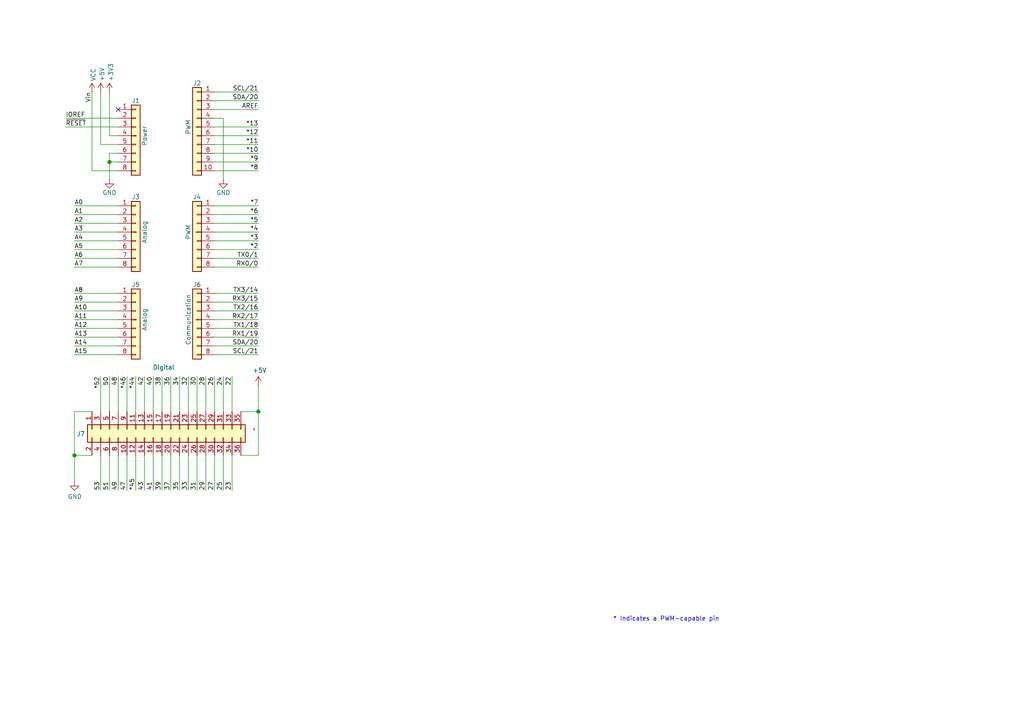
<source format=kicad_sch>
(kicad_sch (version 20250114) (generator "eeschema") (generator_version "9.0")
  (paper "A4")
  (title_block (date "mar. 31 mars 2015"))
  (lib_symbols
    (symbol "Connector_Generic:Conn_01x08" (pin_names (offset 1.016) (hide yes))
      (property "Reference" "J" (at 0 10.16 0))
      (property "Value" "Conn_01x08" (at 0 -12.7 0))
      (symbol "Conn_01x08_1_1"
        (rectangle (start -1.27 8.89) (end 1.27 -11.43) (stroke (width 0.254)) (fill (type background)))
        (rectangle (start -1.27 7.747) (end 0 7.493) (stroke (width 0.1524)))
        (rectangle (start -1.27 5.207) (end 0 4.953) (stroke (width 0.1524)))
        (rectangle (start -1.27 2.667) (end 0 2.413) (stroke (width 0.1524)))
        (rectangle (start -1.27 0.127) (end 0 -0.127) (stroke (width 0.1524)))
        (rectangle (start -1.27 -2.413) (end 0 -2.667) (stroke (width 0.1524)))
        (rectangle (start -1.27 -4.953) (end 0 -5.207) (stroke (width 0.1524)))
        (rectangle (start -1.27 -7.493) (end 0 -7.747) (stroke (width 0.1524)))
        (rectangle (start -1.27 -10.033) (end 0 -10.287) (stroke (width 0.1524)))
        (pin passive line (at -5.08 7.62 0) (length 3.81) (name "Pin_1") (number "1"))
        (pin passive line (at -5.08 5.08 0) (length 3.81) (name "Pin_2") (number "2"))
        (pin passive line (at -5.08 2.54 0) (length 3.81) (name "Pin_3") (number "3"))
        (pin passive line (at -5.08 0 0) (length 3.81) (name "Pin_4") (number "4"))
        (pin passive line (at -5.08 -2.54 0) (length 3.81) (name "Pin_5") (number "5"))
        (pin passive line (at -5.08 -5.08 0) (length 3.81) (name "Pin_6") (number "6"))
        (pin passive line (at -5.08 -7.62 0) (length 3.81) (name "Pin_7") (number "7"))
        (pin passive line (at -5.08 -10.16 0) (length 3.81) (name "Pin_8") (number "8"))
      )
    )
    (symbol "Connector_Generic:Conn_01x10" (pin_names (offset 1.016) (hide yes))
      (property "Reference" "J" (at 0 12.7 0))
      (property "Value" "Conn_01x10" (at 0 -15.24 0))
      (symbol "Conn_01x10_1_1"
        (rectangle (start -1.27 11.43) (end 1.27 -13.97) (stroke (width 0.254)) (fill (type background)))
        (rectangle (start -1.27 10.287) (end 0 10.033) (stroke (width 0.1524)))
        (rectangle (start -1.27 7.747) (end 0 7.493) (stroke (width 0.1524)))
        (rectangle (start -1.27 5.207) (end 0 4.953) (stroke (width 0.1524)))
        (rectangle (start -1.27 2.667) (end 0 2.413) (stroke (width 0.1524)))
        (rectangle (start -1.27 0.127) (end 0 -0.127) (stroke (width 0.1524)))
        (rectangle (start -1.27 -2.413) (end 0 -2.667) (stroke (width 0.1524)))
        (rectangle (start -1.27 -4.953) (end 0 -5.207) (stroke (width 0.1524)))
        (rectangle (start -1.27 -7.493) (end 0 -7.747) (stroke (width 0.1524)))
        (rectangle (start -1.27 -10.033) (end 0 -10.287) (stroke (width 0.1524)))
        (rectangle (start -1.27 -12.573) (end 0 -12.827) (stroke (width 0.1524)))
        (pin passive line (at -5.08 10.16 0) (length 3.81) (name "Pin_1") (number "1"))
        (pin passive line (at -5.08 7.62 0) (length 3.81) (name "Pin_2") (number "2"))
        (pin passive line (at -5.08 5.08 0) (length 3.81) (name "Pin_3") (number "3"))
        (pin passive line (at -5.08 2.54 0) (length 3.81) (name "Pin_4") (number "4"))
        (pin passive line (at -5.08 0 0) (length 3.81) (name "Pin_5") (number "5"))
        (pin passive line (at -5.08 -2.54 0) (length 3.81) (name "Pin_6") (number "6"))
        (pin passive line (at -5.08 -5.08 0) (length 3.81) (name "Pin_7") (number "7"))
        (pin passive line (at -5.08 -7.62 0) (length 3.81) (name "Pin_8") (number "8"))
        (pin passive line (at -5.08 -10.16 0) (length 3.81) (name "Pin_9") (number "9"))
        (pin passive line (at -5.08 -12.7 0) (length 3.81) (name "Pin_10") (number "10"))
      )
    )
    (symbol "Connector_Generic:Conn_02x18_Odd_Even" (pin_names (offset 1.016) (hide yes))
      (property "Reference" "J" (at 1.27 22.86 0))
      (property "Value" "Conn_02x18_Odd_Even" (at 1.27 -25.4 0))
      (symbol "Conn_02x18_Odd_Even_1_1"
        (rectangle (start -1.27 21.59) (end 3.81 -24.13) (stroke (width 0.254)) (fill (type background)))
        (rectangle (start -1.27 20.447) (end 0 20.193) (stroke (width 0.1524)))
        (rectangle (start -1.27 17.907) (end 0 17.653) (stroke (width 0.1524)))
        (rectangle (start -1.27 15.367) (end 0 15.113) (stroke (width 0.1524)))
        (rectangle (start -1.27 12.827) (end 0 12.573) (stroke (width 0.1524)))
        (rectangle (start -1.27 10.287) (end 0 10.033) (stroke (width 0.1524)))
        (rectangle (start -1.27 7.747) (end 0 7.493) (stroke (width 0.1524)))
        (rectangle (start -1.27 5.207) (end 0 4.953) (stroke (width 0.1524)))
        (rectangle (start -1.27 2.667) (end 0 2.413) (stroke (width 0.1524)))
        (rectangle (start -1.27 0.127) (end 0 -0.127) (stroke (width 0.1524)))
        (rectangle (start -1.27 -2.413) (end 0 -2.667) (stroke (width 0.1524)))
        (rectangle (start -1.27 -4.953) (end 0 -5.207) (stroke (width 0.1524)))
        (rectangle (start -1.27 -7.493) (end 0 -7.747) (stroke (width 0.1524)))
        (rectangle (start -1.27 -10.033) (end 0 -10.287) (stroke (width 0.1524)))
        (rectangle (start -1.27 -12.573) (end 0 -12.827) (stroke (width 0.1524)))
        (rectangle (start -1.27 -15.113) (end 0 -15.367) (stroke (width 0.1524)))
        (rectangle (start -1.27 -17.653) (end 0 -17.907) (stroke (width 0.1524)))
        (rectangle (start -1.27 -20.193) (end 0 -20.447) (stroke (width 0.1524)))
        (rectangle (start -1.27 -22.733) (end 0 -22.987) (stroke (width 0.1524)))
        (rectangle (start 3.81 20.447) (end 2.54 20.193) (stroke (width 0.1524)))
        (rectangle (start 3.81 17.907) (end 2.54 17.653) (stroke (width 0.1524)))
        (rectangle (start 3.81 15.367) (end 2.54 15.113) (stroke (width 0.1524)))
        (rectangle (start 3.81 12.827) (end 2.54 12.573) (stroke (width 0.1524)))
        (rectangle (start 3.81 10.287) (end 2.54 10.033) (stroke (width 0.1524)))
        (rectangle (start 3.81 7.747) (end 2.54 7.493) (stroke (width 0.1524)))
        (rectangle (start 3.81 5.207) (end 2.54 4.953) (stroke (width 0.1524)))
        (rectangle (start 3.81 2.667) (end 2.54 2.413) (stroke (width 0.1524)))
        (rectangle (start 3.81 0.127) (end 2.54 -0.127) (stroke (width 0.1524)))
        (rectangle (start 3.81 -2.413) (end 2.54 -2.667) (stroke (width 0.1524)))
        (rectangle (start 3.81 -4.953) (end 2.54 -5.207) (stroke (width 0.1524)))
        (rectangle (start 3.81 -7.493) (end 2.54 -7.747) (stroke (width 0.1524)))
        (rectangle (start 3.81 -10.033) (end 2.54 -10.287) (stroke (width 0.1524)))
        (rectangle (start 3.81 -12.573) (end 2.54 -12.827) (stroke (width 0.1524)))
        (rectangle (start 3.81 -15.113) (end 2.54 -15.367) (stroke (width 0.1524)))
        (rectangle (start 3.81 -17.653) (end 2.54 -17.907) (stroke (width 0.1524)))
        (rectangle (start 3.81 -20.193) (end 2.54 -20.447) (stroke (width 0.1524)))
        (rectangle (start 3.81 -22.733) (end 2.54 -22.987) (stroke (width 0.1524)))
        (pin passive line (at -5.08 20.32 0) (length 3.81) (name "Pin_1") (number "1"))
        (pin passive line (at -5.08 17.78 0) (length 3.81) (name "Pin_3") (number "3"))
        (pin passive line (at -5.08 15.24 0) (length 3.81) (name "Pin_5") (number "5"))
        (pin passive line (at -5.08 12.7 0) (length 3.81) (name "Pin_7") (number "7"))
        (pin passive line (at -5.08 10.16 0) (length 3.81) (name "Pin_9") (number "9"))
        (pin passive line (at -5.08 7.62 0) (length 3.81) (name "Pin_11") (number "11"))
        (pin passive line (at -5.08 5.08 0) (length 3.81) (name "Pin_13") (number "13"))
        (pin passive line (at -5.08 2.54 0) (length 3.81) (name "Pin_15") (number "15"))
        (pin passive line (at -5.08 0 0) (length 3.81) (name "Pin_17") (number "17"))
        (pin passive line (at -5.08 -2.54 0) (length 3.81) (name "Pin_19") (number "19"))
        (pin passive line (at -5.08 -5.08 0) (length 3.81) (name "Pin_21") (number "21"))
        (pin passive line (at -5.08 -7.62 0) (length 3.81) (name "Pin_23") (number "23"))
        (pin passive line (at -5.08 -10.16 0) (length 3.81) (name "Pin_25") (number "25"))
        (pin passive line (at -5.08 -12.7 0) (length 3.81) (name "Pin_27") (number "27"))
        (pin passive line (at -5.08 -15.24 0) (length 3.81) (name "Pin_29") (number "29"))
        (pin passive line (at -5.08 -17.78 0) (length 3.81) (name "Pin_31") (number "31"))
        (pin passive line (at -5.08 -20.32 0) (length 3.81) (name "Pin_33") (number "33"))
        (pin passive line (at -5.08 -22.86 0) (length 3.81) (name "Pin_35") (number "35"))
        (pin passive line (at 7.62 20.32 180) (length 3.81) (name "Pin_2") (number "2"))
        (pin passive line (at 7.62 17.78 180) (length 3.81) (name "Pin_4") (number "4"))
        (pin passive line (at 7.62 15.24 180) (length 3.81) (name "Pin_6") (number "6"))
        (pin passive line (at 7.62 12.7 180) (length 3.81) (name "Pin_8") (number "8"))
        (pin passive line (at 7.62 10.16 180) (length 3.81) (name "Pin_10") (number "10"))
        (pin passive line (at 7.62 7.62 180) (length 3.81) (name "Pin_12") (number "12"))
        (pin passive line (at 7.62 5.08 180) (length 3.81) (name "Pin_14") (number "14"))
        (pin passive line (at 7.62 2.54 180) (length 3.81) (name "Pin_16") (number "16"))
        (pin passive line (at 7.62 0 180) (length 3.81) (name "Pin_18") (number "18"))
        (pin passive line (at 7.62 -2.54 180) (length 3.81) (name "Pin_20") (number "20"))
        (pin passive line (at 7.62 -5.08 180) (length 3.81) (name "Pin_22") (number "22"))
        (pin passive line (at 7.62 -7.62 180) (length 3.81) (name "Pin_24") (number "24"))
        (pin passive line (at 7.62 -10.16 180) (length 3.81) (name "Pin_26") (number "26"))
        (pin passive line (at 7.62 -12.7 180) (length 3.81) (name "Pin_28") (number "28"))
        (pin passive line (at 7.62 -15.24 180) (length 3.81) (name "Pin_30") (number "30"))
        (pin passive line (at 7.62 -17.78 180) (length 3.81) (name "Pin_32") (number "32"))
        (pin passive line (at 7.62 -20.32 180) (length 3.81) (name "Pin_34") (number "34"))
        (pin passive line (at 7.62 -22.86 180) (length 3.81) (name "Pin_36") (number "36"))
      )
    )
    (symbol "power:+3V3" (power) (pin_numbers (hide yes)) (pin_names (offset 0) (hide yes))
      (property "Value" "+3V3" (at 0 3.556 0))
      (symbol "+3V3_0_1"
        (polyline (pts (xy -0.762 1.27) (xy 0 2.54)))
        (polyline (pts (xy 0 2.54) (xy 0.762 1.27)))
        (polyline (pts (xy 0 0) (xy 0 2.54)))
      )
      (symbol "+3V3_1_1"
        (pin power_in line (at 0 0 90) (length 0) (name "~") (number "1"))
      )
    )
    (symbol "power:+5V" (power) (pin_numbers (hide yes)) (pin_names (offset 0) (hide yes))
      (property "Value" "+5V" (at 0 3.556 0))
      (symbol "+5V_0_1"
        (polyline (pts (xy -0.762 1.27) (xy 0 2.54)))
        (polyline (pts (xy 0 2.54) (xy 0.762 1.27)))
        (polyline (pts (xy 0 0) (xy 0 2.54)))
      )
      (symbol "+5V_1_1"
        (pin power_in line (at 0 0 90) (length 0) (name "~") (number "1"))
      )
    )
    (symbol "power:GND" (power) (pin_numbers (hide yes)) (pin_names (offset 0) (hide yes))
      (property "Value" "GND" (at 0 -3.81 0))
      (symbol "GND_0_1"
        (polyline (pts (xy 0 0) (xy 0 -1.27) (xy 1.27 -1.27) (xy 0 -2.54) (xy -1.27 -1.27) (xy 0 -1.27)))
      )
      (symbol "GND_1_1"
        (pin power_in line (at 0 0 270) (length 0) (name "~") (number "1"))
      )
    )
    (symbol "power:VCC" (power) (pin_numbers (hide yes)) (pin_names (offset 0) (hide yes))
      (property "Value" "VCC" (at 0 3.556 0))
      (symbol "VCC_0_1"
        (polyline (pts (xy -0.762 1.27) (xy 0 2.54)))
        (polyline (pts (xy 0 2.54) (xy 0.762 1.27)))
        (polyline (pts (xy 0 0) (xy 0 2.54)))
      )
      (symbol "VCC_1_1"
        (pin power_in line (at 0 0 90) (length 0) (name "~") (number "1"))
      )
    )
  )
  (text "* Indicates a PWM-capable pin" (at 177.8 180.34 0) (effects (font (size 1.27 1.27)) (justify left bottom)))
  (junction (at 21.59 132.08) (diameter 1.016))
  (junction (at 31.75 46.99) (diameter 1.016))
  (junction (at 74.93 119.38) (diameter 1.016))
  (no_connect (at 34.29 31.75))
  (wire (pts (xy 62.23 77.47) (xy 74.93 77.47)))
  (wire (pts (xy 21.59 77.47) (xy 34.29 77.47)))
  (wire (pts (xy 62.23 44.45) (xy 74.93 44.45)))
  (wire (pts (xy 44.45 109.22) (xy 44.45 119.38)))
  (wire (pts (xy 62.23 26.67) (xy 74.93 26.67)))
  (wire (pts (xy 46.99 109.22) (xy 46.99 119.38)))
  (wire (pts (xy 74.93 119.38) (xy 74.93 132.08)))
  (wire (pts (xy 26.67 119.38) (xy 21.59 119.38)))
  (wire (pts (xy 62.23 90.17) (xy 74.93 90.17)))
  (wire (pts (xy 31.75 44.45) (xy 31.75 46.99)))
  (wire (pts (xy 49.53 132.08) (xy 49.53 142.24)))
  (wire (pts (xy 21.59 72.39) (xy 34.29 72.39)))
  (wire (pts (xy 54.61 109.22) (xy 54.61 119.38)))
  (wire (pts (xy 31.75 109.22) (xy 31.75 119.38)))
  (wire (pts (xy 67.31 109.22) (xy 67.31 119.38)))
  (wire (pts (xy 31.75 46.99) (xy 31.75 52.07)))
  (wire (pts (xy 62.23 132.08) (xy 62.23 142.24)))
  (wire (pts (xy 31.75 39.37) (xy 34.29 39.37)))
  (wire (pts (xy 41.91 109.22) (xy 41.91 119.38)))
  (wire (pts (xy 29.21 41.91) (xy 34.29 41.91)))
  (wire (pts (xy 52.07 132.08) (xy 52.07 142.24)))
  (wire (pts (xy 29.21 26.67) (xy 29.21 41.91)))
  (wire (pts (xy 21.59 102.87) (xy 34.29 102.87)))
  (wire (pts (xy 36.83 132.08) (xy 36.83 142.24)))
  (wire (pts (xy 59.69 132.08) (xy 59.69 142.24)))
  (wire (pts (xy 62.23 36.83) (xy 74.93 36.83)))
  (wire (pts (xy 31.75 26.67) (xy 31.75 39.37)))
  (wire (pts (xy 62.23 59.69) (xy 74.93 59.69)))
  (wire (pts (xy 34.29 59.69) (xy 21.59 59.69)))
  (wire (pts (xy 62.23 39.37) (xy 74.93 39.37)))
  (wire (pts (xy 34.29 100.33) (xy 21.59 100.33)))
  (wire (pts (xy 62.23 62.23) (xy 74.93 62.23)))
  (wire (pts (xy 62.23 97.79) (xy 74.93 97.79)))
  (wire (pts (xy 52.07 109.22) (xy 52.07 119.38)))
  (wire (pts (xy 21.59 119.38) (xy 21.59 132.08)))
  (wire (pts (xy 36.83 109.22) (xy 36.83 119.38)))
  (wire (pts (xy 26.67 132.08) (xy 21.59 132.08)))
  (wire (pts (xy 62.23 46.99) (xy 74.93 46.99)))
  (wire (pts (xy 59.69 109.22) (xy 59.69 119.38)))
  (wire (pts (xy 57.15 109.22) (xy 57.15 119.38)))
  (wire (pts (xy 39.37 132.08) (xy 39.37 142.24)))
  (wire (pts (xy 57.15 132.08) (xy 57.15 142.24)))
  (wire (pts (xy 34.29 132.08) (xy 34.29 142.24)))
  (wire (pts (xy 64.77 109.22) (xy 64.77 119.38)))
  (wire (pts (xy 62.23 67.31) (xy 74.93 67.31)))
  (wire (pts (xy 44.45 132.08) (xy 44.45 142.24)))
  (wire (pts (xy 39.37 109.22) (xy 39.37 119.38)))
  (wire (pts (xy 19.05 34.29) (xy 34.29 34.29)))
  (wire (pts (xy 62.23 87.63) (xy 74.93 87.63)))
  (wire (pts (xy 74.93 111.76) (xy 74.93 119.38)))
  (wire (pts (xy 64.77 34.29) (xy 64.77 52.07)))
  (wire (pts (xy 62.23 102.87) (xy 74.93 102.87)))
  (wire (pts (xy 62.23 31.75) (xy 74.93 31.75)))
  (wire (pts (xy 69.85 119.38) (xy 74.93 119.38)))
  (wire (pts (xy 62.23 95.25) (xy 74.93 95.25)))
  (wire (pts (xy 21.59 92.71) (xy 34.29 92.71)))
  (wire (pts (xy 34.29 64.77) (xy 21.59 64.77)))
  (wire (pts (xy 19.05 36.83) (xy 34.29 36.83)))
  (wire (pts (xy 62.23 85.09) (xy 74.93 85.09)))
  (wire (pts (xy 34.29 46.99) (xy 31.75 46.99)))
  (wire (pts (xy 34.29 49.53) (xy 26.67 49.53)))
  (wire (pts (xy 29.21 109.22) (xy 29.21 119.38)))
  (wire (pts (xy 21.59 62.23) (xy 34.29 62.23)))
  (wire (pts (xy 31.75 132.08) (xy 31.75 142.24)))
  (wire (pts (xy 54.61 132.08) (xy 54.61 142.24)))
  (wire (pts (xy 34.29 90.17) (xy 21.59 90.17)))
  (wire (pts (xy 29.21 132.08) (xy 29.21 142.24)))
  (wire (pts (xy 62.23 92.71) (xy 74.93 92.71)))
  (wire (pts (xy 62.23 34.29) (xy 64.77 34.29)))
  (wire (pts (xy 46.99 132.08) (xy 46.99 142.24)))
  (wire (pts (xy 34.29 44.45) (xy 31.75 44.45)))
  (wire (pts (xy 21.59 97.79) (xy 34.29 97.79)))
  (wire (pts (xy 62.23 109.22) (xy 62.23 119.38)))
  (wire (pts (xy 62.23 41.91) (xy 74.93 41.91)))
  (wire (pts (xy 49.53 109.22) (xy 49.53 119.38)))
  (wire (pts (xy 21.59 87.63) (xy 34.29 87.63)))
  (wire (pts (xy 62.23 64.77) (xy 74.93 64.77)))
  (wire (pts (xy 21.59 67.31) (xy 34.29 67.31)))
  (wire (pts (xy 34.29 109.22) (xy 34.29 119.38)))
  (wire (pts (xy 62.23 100.33) (xy 74.93 100.33)))
  (wire (pts (xy 74.93 132.08) (xy 69.85 132.08)))
  (wire (pts (xy 34.29 85.09) (xy 21.59 85.09)))
  (wire (pts (xy 67.31 132.08) (xy 67.31 142.24)))
  (wire (pts (xy 62.23 29.21) (xy 74.93 29.21)))
  (wire (pts (xy 64.77 132.08) (xy 64.77 142.24)))
  (wire (pts (xy 62.23 72.39) (xy 74.93 72.39)))
  (wire (pts (xy 62.23 69.85) (xy 74.93 69.85)))
  (wire (pts (xy 41.91 132.08) (xy 41.91 142.24)))
  (wire (pts (xy 62.23 74.93) (xy 74.93 74.93)))
  (wire (pts (xy 34.29 95.25) (xy 21.59 95.25)))
  (wire (pts (xy 26.67 49.53) (xy 26.67 26.67)))
  (wire (pts (xy 21.59 132.08) (xy 21.59 139.7)))
  (wire (pts (xy 34.29 74.93) (xy 21.59 74.93)))
  (wire (pts (xy 34.29 69.85) (xy 21.59 69.85)))
  (wire (pts (xy 62.23 49.53) (xy 74.93 49.53)))
  (label "A10" (at 21.59 90.17 0))
  (label "RX0{slash}0" (at 74.93 77.47 180))
  (label "A15" (at 21.59 102.87 0))
  (label "A2" (at 21.59 64.77 0))
  (label "RX2{slash}17" (at 74.93 92.71 180))
  (label "*4" (at 74.93 67.31 180))
  (label "SDA{slash}20" (at 74.93 100.33 180))
  (label "26" (at 62.23 109.22 270))
  (label "31" (at 57.15 142.24 90))
  (label "22" (at 67.31 109.22 270))
  (label "33" (at 54.61 142.24 90))
  (label "36" (at 49.53 109.22 270))
  (label "*2" (at 74.93 72.39 180))
  (label "TX1{slash}18" (at 74.93 95.25 180))
  (label "*44" (at 39.37 109.22 270))
  (label "A3" (at 21.59 67.31 0))
  (label "*13" (at 74.93 36.83 180))
  (label "*52" (at 29.21 109.22 270))
  (label "*12" (at 74.93 39.37 180))
  (label "40" (at 44.45 109.22 270))
  (label "~{RESET}" (at 19.05 36.83 0))
  (label "35" (at 52.07 142.24 90))
  (label "*10" (at 74.93 44.45 180))
  (label "28" (at 59.69 109.22 270))
  (label "23" (at 67.31 142.24 90))
  (label "29" (at 59.69 142.24 90))
  (label "A13" (at 21.59 97.79 0))
  (label "41" (at 44.45 142.24 90))
  (label "30" (at 57.15 109.22 270))
  (label "47" (at 36.83 142.24 90))
  (label "34" (at 52.07 109.22 270))
  (label "*45" (at 39.37 142.24 90))
  (label "38" (at 46.99 109.22 270))
  (label "51" (at 31.75 142.24 90))
  (label "*7" (at 74.93 59.69 180))
  (label "SDA{slash}20" (at 74.93 29.21 180))
  (label "*8" (at 74.93 49.53 180))
  (label "A9" (at 21.59 87.63 0))
  (label "*11" (at 74.93 41.91 180))
  (label "*3" (at 74.93 69.85 180))
  (label "A6" (at 21.59 74.93 0))
  (label "42" (at 41.91 109.22 270))
  (label "A1" (at 21.59 62.23 0))
  (label "53" (at 29.21 142.24 90))
  (label "TX0{slash}1" (at 74.93 74.93 180))
  (label "24" (at 64.77 109.22 270))
  (label "RX1{slash}19" (at 74.93 97.79 180))
  (label "A0" (at 21.59 59.69 0))
  (label "AREF" (at 74.93 31.75 180))
  (label "A14" (at 21.59 100.33 0))
  (label "39" (at 46.99 142.24 90))
  (label "A8" (at 21.59 85.09 0))
  (label "Vin" (at 26.67 26.67 270))
  (label "27" (at 62.23 142.24 90))
  (label "37" (at 49.53 142.24 90))
  (label "25" (at 64.77 142.24 90))
  (label "*6" (at 74.93 62.23 180))
  (label "*46" (at 36.83 109.22 270))
  (label "SCL{slash}21" (at 74.93 26.67 180))
  (label "*9" (at 74.93 46.99 180))
  (label "50" (at 31.75 109.22 270))
  (label "TX2{slash}16" (at 74.93 90.17 180))
  (label "*5" (at 74.93 64.77 180))
  (label "IOREF" (at 19.05 34.29 0))
  (label "A7" (at 21.59 77.47 0))
  (label "A11" (at 21.59 92.71 0))
  (label "A4" (at 21.59 69.85 0))
  (label "49" (at 34.29 142.24 90))
  (label "A5" (at 21.59 72.39 0))
  (label "RX3{slash}15" (at 74.93 87.63 180))
  (label "TX3{slash}14" (at 74.93 85.09 180))
  (label "32" (at 54.61 109.22 270))
  (label "43" (at 41.91 142.24 90))
  (label "A12" (at 21.59 95.25 0))
  (label "SCL{slash}21" (at 74.93 102.87 180))
  (label "48" (at 34.29 109.22 270))
  (symbol (lib_id "Connector_Generic:Conn_01x08") (at 39.37 39.37 0) (unit 1)
    (property "Reference" "J1" (at 39.37 29.21 0))
    (property "Value" "Power" (at 41.91 39.37 90))
    (property "Footprint" "Connector_PinSocket_2.54mm:PinSocket_1x08_P2.54mm_Vertical" (effects (hide yes)))
    (property "Datasheet" "~" (at 39.37 39.37 0))
    (property "Description" "Generic connector, single row, 01x08, script generated (kicad-library-utils/schlib/autogen/connector/)" (effects (hide yes)))
  )
  (symbol (lib_id "power:+3V3") (at 31.75 26.67 0) (unit 1)
    (property "Reference" "#PWR03" (effects (hide yes)))
    (property "Value" "+3V3" (at 32.131 23.622 90) (effects (justify left)))
    (property "Description" "Power symbol creates a global label with name \"+3V3\"" (effects (hide yes)))
  )
  (symbol (lib_id "power:+5V") (at 29.21 26.67 0) (unit 1)
    (property "Reference" "#PWR02" (effects (hide yes)))
    (property "Value" "+5V" (at 29.5656 23.622 90) (effects (justify left)))
    (property "Description" "Power symbol creates a global label with name \"+5V\"" (effects (hide yes)))
  )
  (symbol (lib_id "power:GND") (at 31.75 52.07 0) (unit 1)
    (property "Reference" "#PWR04" (effects (hide yes)))
    (property "Value" "GND" (at 31.75 55.88 0))
    (property "Description" "Power symbol creates a global label with name \"GND\" , ground" (effects (hide yes)))
  )
  (symbol (lib_id "Connector_Generic:Conn_01x10") (at 57.15 36.83 0) (mirror y) (unit 1)
    (property "Reference" "J2" (at 57.15 24.13 0))
    (property "Value" "PWM" (at 54.61 36.83 90))
    (property "Footprint" "Connector_PinSocket_2.54mm:PinSocket_1x10_P2.54mm_Vertical" (effects (hide yes)))
    (property "Datasheet" "~" (at 57.15 36.83 0))
    (property "Description" "Generic connector, single row, 01x10, script generated (kicad-library-utils/schlib/autogen/connector/)" (effects (hide yes)))
  )
  (symbol (lib_id "power:GND") (at 64.77 52.07 0) (unit 1)
    (property "Reference" "#PWR05" (effects (hide yes)))
    (property "Value" "GND" (at 64.77 55.88 0))
    (property "Description" "Power symbol creates a global label with name \"GND\" , ground" (effects (hide yes)))
  )
  (symbol (lib_id "Connector_Generic:Conn_01x08") (at 39.37 67.31 0) (unit 1)
    (property "Reference" "J3" (at 39.37 57.15 0))
    (property "Value" "Analog" (at 41.91 67.31 90))
    (property "Footprint" "Connector_PinSocket_2.54mm:PinSocket_1x08_P2.54mm_Vertical" (effects (hide yes)))
    (property "Datasheet" "~" (at 39.37 67.31 0))
    (property "Description" "Generic connector, single row, 01x08, script generated (kicad-library-utils/schlib/autogen/connector/)" (effects (hide yes)))
  )
  (symbol (lib_id "Connector_Generic:Conn_01x08") (at 57.15 67.31 0) (mirror y) (unit 1)
    (property "Reference" "J4" (at 57.15 57.15 0))
    (property "Value" "PWM" (at 54.61 67.31 90))
    (property "Footprint" "Connector_PinSocket_2.54mm:PinSocket_1x08_P2.54mm_Vertical" (effects (hide yes)))
    (property "Datasheet" "~" (at 57.15 67.31 0))
    (property "Description" "Generic connector, single row, 01x08, script generated (kicad-library-utils/schlib/autogen/connector/)" (effects (hide yes)))
  )
  (symbol (lib_id "Connector_Generic:Conn_01x08") (at 39.37 92.71 0) (unit 1)
    (property "Reference" "J5" (at 39.37 82.55 0))
    (property "Value" "Analog" (at 41.91 92.71 90))
    (property "Footprint" "Connector_PinSocket_2.54mm:PinSocket_1x08_P2.54mm_Vertical" (effects (hide yes)))
    (property "Datasheet" "~" (at 39.37 92.71 0))
    (property "Description" "Generic connector, single row, 01x08, script generated (kicad-library-utils/schlib/autogen/connector/)" (effects (hide yes)))
  )
  (symbol (lib_id "Connector_Generic:Conn_01x08") (at 57.15 92.71 0) (mirror y) (unit 1)
    (property "Reference" "J6" (at 57.15 82.55 0))
    (property "Value" "Communication" (at 54.61 92.71 90))
    (property "Footprint" "Connector_PinSocket_2.54mm:PinSocket_1x08_P2.54mm_Vertical" (effects (hide yes)))
    (property "Datasheet" "~" (at 57.15 92.71 0))
    (property "Description" "Generic connector, single row, 01x08, script generated (kicad-library-utils/schlib/autogen/connector/)" (effects (hide yes)))
  )
  (symbol (lib_id "Connector_Generic:Conn_02x18_Odd_Even") (at 46.99 124.46 90) (mirror x) (unit 1)
    (property "Reference" "J7" (at 24.6379 125.8506 90) (effects (justify left)))
    (property "Value" "Digital" (at 47.498 106.553 90))
    (property "Footprint" "Connector_PinSocket_2.54mm:PinSocket_2x18_P2.54mm_Vertical" (effects (hide yes)))
    (property "Datasheet" "~" (at 73.66 124.46 0))
    (property "Description" "Generic connector, double row, 02x18, odd/even pin numbering scheme (row 1 odd numbers, row 2 even numbers), script generated (kicad-library-utils/schlib/autogen/connector/)" (effects (hide yes)))
  )
  (symbol (lib_id "power:GND") (at 21.59 139.7 0) (unit 1)
    (property "Reference" "#PWR07" (effects (hide yes)))
    (property "Value" "GND" (at 21.7043 144.0244 0))
    (property "Description" "Power symbol creates a global label with name \"GND\" , ground" (effects (hide yes)))
  )
  (symbol (lib_id "power:+5V") (at 74.93 111.76 0) (unit 1)
    (property "Reference" "#PWR06" (effects (hide yes)))
    (property "Value" "+5V" (at 75.2983 107.4356 0))
    (property "Description" "Power symbol creates a global label with name \"+5V\"" (effects (hide yes)))
  )
  (symbol (lib_id "power:VCC") (at 26.67 26.67 0) (unit 1)
    (property "Reference" "#PWR01" (effects (hide yes)))
    (property "Value" "VCC" (at 27.051 23.622 90) (effects (justify left)))
    (property "Description" "Power symbol creates a global label with name \"VCC\"" (effects (hide yes)))
  )
)
</source>
